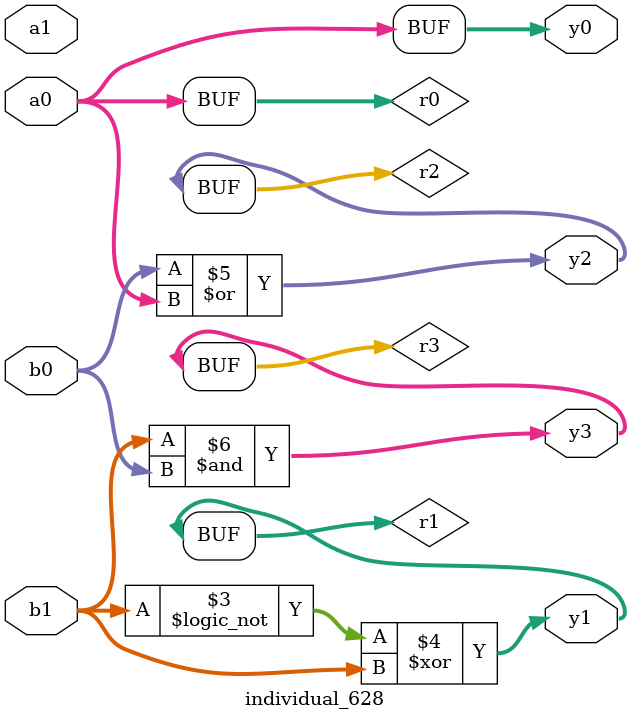
<source format=sv>
module individual_628(input logic [15:0] a1, input logic [15:0] a0, input logic [15:0] b1, input logic [15:0] b0, output logic [15:0] y3, output logic [15:0] y2, output logic [15:0] y1, output logic [15:0] y0);
logic [15:0] r0, r1, r2, r3; 
 always@(*) begin 
	 r0 = a0; r1 = a1; r2 = b0; r3 = b1; 
 	 r1  ^=  r1 ;
 	 r1 = ! r3 ;
 	 r1  ^=  r3 ;
 	 r2  |=  r0 ;
 	 r3  &=  b0 ;
 	 y3 = r3; y2 = r2; y1 = r1; y0 = r0; 
end
endmodule
</source>
